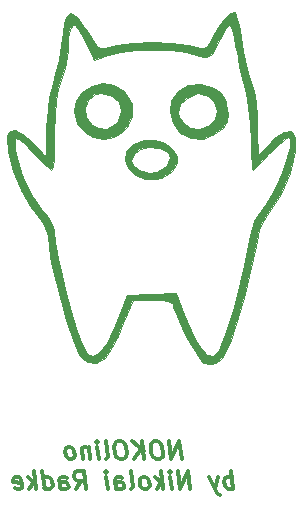
<source format=gbr>
G04 #@! TF.FileFunction,Legend,Bot*
%FSLAX46Y46*%
G04 Gerber Fmt 4.6, Leading zero omitted, Abs format (unit mm)*
G04 Created by KiCad (PCBNEW 4.0.7-e2-6376~61~ubuntu18.04.1) date Tue Sep  4 16:19:30 2018*
%MOMM*%
%LPD*%
G01*
G04 APERTURE LIST*
%ADD10C,0.100000*%
%ADD11C,0.300000*%
%ADD12C,0.010000*%
G04 APERTURE END LIST*
D10*
D11*
X164341964Y-127603571D02*
X164154464Y-126103571D01*
X163484821Y-127603571D01*
X163297321Y-126103571D01*
X162297321Y-126103571D02*
X162011607Y-126103571D01*
X161877678Y-126175000D01*
X161752678Y-126317857D01*
X161716964Y-126603571D01*
X161779464Y-127103571D01*
X161886607Y-127389286D01*
X162047321Y-127532143D01*
X162199107Y-127603571D01*
X162484821Y-127603571D01*
X162618750Y-127532143D01*
X162743750Y-127389286D01*
X162779464Y-127103571D01*
X162716964Y-126603571D01*
X162609821Y-126317857D01*
X162449107Y-126175000D01*
X162297321Y-126103571D01*
X161199106Y-127603571D02*
X161011606Y-126103571D01*
X160341963Y-127603571D02*
X160877678Y-126746429D01*
X160154463Y-126103571D02*
X161118749Y-126960714D01*
X159225892Y-126103571D02*
X158940178Y-126103571D01*
X158806249Y-126175000D01*
X158681249Y-126317857D01*
X158645535Y-126603571D01*
X158708035Y-127103571D01*
X158815178Y-127389286D01*
X158975892Y-127532143D01*
X159127678Y-127603571D01*
X159413392Y-127603571D01*
X159547321Y-127532143D01*
X159672321Y-127389286D01*
X159708035Y-127103571D01*
X159645535Y-126603571D01*
X159538392Y-126317857D01*
X159377678Y-126175000D01*
X159225892Y-126103571D01*
X157913391Y-127603571D02*
X158047321Y-127532143D01*
X158100892Y-127389286D01*
X157940177Y-126103571D01*
X157341963Y-127603571D02*
X157216963Y-126603571D01*
X157154463Y-126103571D02*
X157234821Y-126175000D01*
X157172321Y-126246429D01*
X157091964Y-126175000D01*
X157154463Y-126103571D01*
X157172321Y-126246429D01*
X156502677Y-126603571D02*
X156627677Y-127603571D01*
X156520535Y-126746429D02*
X156440178Y-126675000D01*
X156288391Y-126603571D01*
X156074106Y-126603571D01*
X155940178Y-126675000D01*
X155886606Y-126817857D01*
X155984820Y-127603571D01*
X155056248Y-127603571D02*
X155190178Y-127532143D01*
X155252677Y-127460714D01*
X155306249Y-127317857D01*
X155252678Y-126889286D01*
X155163392Y-126746429D01*
X155083035Y-126675000D01*
X154931248Y-126603571D01*
X154716963Y-126603571D01*
X154583035Y-126675000D01*
X154520535Y-126746429D01*
X154466963Y-126889286D01*
X154520534Y-127317857D01*
X154609820Y-127460714D01*
X154690178Y-127532143D01*
X154841963Y-127603571D01*
X155056248Y-127603571D01*
X168734821Y-130153571D02*
X168547321Y-128653571D01*
X168618750Y-129225000D02*
X168466964Y-129153571D01*
X168181250Y-129153571D01*
X168047322Y-129225000D01*
X167984822Y-129296429D01*
X167931250Y-129439286D01*
X167984821Y-129867857D01*
X168074107Y-130010714D01*
X168154465Y-130082143D01*
X168306250Y-130153571D01*
X168591964Y-130153571D01*
X168725893Y-130082143D01*
X167395535Y-129153571D02*
X167163392Y-130153571D01*
X166681250Y-129153571D02*
X167163392Y-130153571D01*
X167350893Y-130510714D01*
X167431250Y-130582143D01*
X167583035Y-130653571D01*
X165091964Y-130153571D02*
X164904464Y-128653571D01*
X164234821Y-130153571D01*
X164047321Y-128653571D01*
X163520535Y-130153571D02*
X163395535Y-129153571D01*
X163333035Y-128653571D02*
X163413393Y-128725000D01*
X163350893Y-128796429D01*
X163270536Y-128725000D01*
X163333035Y-128653571D01*
X163350893Y-128796429D01*
X162806249Y-130153571D02*
X162618749Y-128653571D01*
X162591964Y-129582143D02*
X162234821Y-130153571D01*
X162109821Y-129153571D02*
X162752678Y-129725000D01*
X161377677Y-130153571D02*
X161511607Y-130082143D01*
X161574106Y-130010714D01*
X161627678Y-129867857D01*
X161574107Y-129439286D01*
X161484821Y-129296429D01*
X161404464Y-129225000D01*
X161252677Y-129153571D01*
X161038392Y-129153571D01*
X160904464Y-129225000D01*
X160841964Y-129296429D01*
X160788392Y-129439286D01*
X160841963Y-129867857D01*
X160931249Y-130010714D01*
X161011607Y-130082143D01*
X161163392Y-130153571D01*
X161377677Y-130153571D01*
X160020534Y-130153571D02*
X160154464Y-130082143D01*
X160208035Y-129939286D01*
X160047320Y-128653571D01*
X158806249Y-130153571D02*
X158708035Y-129367857D01*
X158761607Y-129225000D01*
X158895535Y-129153571D01*
X159181249Y-129153571D01*
X159333035Y-129225000D01*
X158797321Y-130082143D02*
X158949106Y-130153571D01*
X159306249Y-130153571D01*
X159440178Y-130082143D01*
X159493750Y-129939286D01*
X159475893Y-129796429D01*
X159386606Y-129653571D01*
X159234821Y-129582143D01*
X158877678Y-129582143D01*
X158725892Y-129510714D01*
X158091963Y-130153571D02*
X157966963Y-129153571D01*
X157904463Y-128653571D02*
X157984821Y-128725000D01*
X157922321Y-128796429D01*
X157841964Y-128725000D01*
X157904463Y-128653571D01*
X157922321Y-128796429D01*
X155377677Y-130153571D02*
X155788392Y-129439286D01*
X156234820Y-130153571D02*
X156047320Y-128653571D01*
X155475892Y-128653571D01*
X155341963Y-128725000D01*
X155279464Y-128796429D01*
X155225892Y-128939286D01*
X155252677Y-129153571D01*
X155341964Y-129296429D01*
X155422320Y-129367857D01*
X155574107Y-129439286D01*
X156145535Y-129439286D01*
X154091963Y-130153571D02*
X153993749Y-129367857D01*
X154047321Y-129225000D01*
X154181249Y-129153571D01*
X154466963Y-129153571D01*
X154618749Y-129225000D01*
X154083035Y-130082143D02*
X154234820Y-130153571D01*
X154591963Y-130153571D01*
X154725892Y-130082143D01*
X154779464Y-129939286D01*
X154761607Y-129796429D01*
X154672320Y-129653571D01*
X154520535Y-129582143D01*
X154163392Y-129582143D01*
X154011606Y-129510714D01*
X152734820Y-130153571D02*
X152547320Y-128653571D01*
X152725892Y-130082143D02*
X152877677Y-130153571D01*
X153163391Y-130153571D01*
X153297321Y-130082143D01*
X153359820Y-130010714D01*
X153413392Y-129867857D01*
X153359821Y-129439286D01*
X153270535Y-129296429D01*
X153190178Y-129225000D01*
X153038391Y-129153571D01*
X152752677Y-129153571D01*
X152618749Y-129225000D01*
X152020534Y-130153571D02*
X151833034Y-128653571D01*
X151806249Y-129582143D02*
X151449106Y-130153571D01*
X151324106Y-129153571D02*
X151966963Y-129725000D01*
X150225892Y-130082143D02*
X150377677Y-130153571D01*
X150663391Y-130153571D01*
X150797320Y-130082143D01*
X150850892Y-129939286D01*
X150779463Y-129367857D01*
X150690177Y-129225000D01*
X150538391Y-129153571D01*
X150252677Y-129153571D01*
X150118749Y-129225000D01*
X150065177Y-129367857D01*
X150083034Y-129510714D01*
X150815177Y-129653571D01*
D12*
G36*
X168481860Y-89813148D02*
X167999074Y-90273323D01*
X167467834Y-90962873D01*
X166998515Y-91748432D01*
X166839436Y-92091666D01*
X166473347Y-92717596D01*
X166076186Y-92837213D01*
X166019827Y-92818907D01*
X164919203Y-92542514D01*
X163459045Y-92372170D01*
X161834807Y-92311033D01*
X160241941Y-92362258D01*
X158875902Y-92529004D01*
X158224983Y-92693006D01*
X157786554Y-92832963D01*
X157471294Y-92836738D01*
X157178195Y-92622806D01*
X156806247Y-92109641D01*
X156254441Y-91215719D01*
X156119377Y-90993551D01*
X155519199Y-90193325D01*
X155005632Y-89872534D01*
X154624124Y-90052955D01*
X154532302Y-90233040D01*
X154426357Y-90690367D01*
X154287507Y-91527316D01*
X154145983Y-92561374D01*
X153943048Y-93790353D01*
X153661309Y-95002799D01*
X153415863Y-95783333D01*
X153089447Y-97072603D01*
X152916078Y-98795931D01*
X152893817Y-99526160D01*
X152860000Y-101998987D01*
X151780447Y-100866716D01*
X150959820Y-100141575D01*
X150266906Y-99781602D01*
X149780606Y-99809698D01*
X149581007Y-100228333D01*
X149678857Y-101617049D01*
X150086822Y-103207416D01*
X150729174Y-104789114D01*
X151530183Y-106151820D01*
X151866198Y-106575062D01*
X152644121Y-107606909D01*
X152979226Y-108456800D01*
X153001112Y-108719856D01*
X153087960Y-109685384D01*
X153323962Y-111016815D01*
X153672305Y-112576632D01*
X154096177Y-114227319D01*
X154558766Y-115831359D01*
X155023257Y-117251235D01*
X155452840Y-118349432D01*
X155714253Y-118855000D01*
X156325178Y-119385911D01*
X157076862Y-119434876D01*
X157825655Y-119007505D01*
X158046828Y-118763928D01*
X158439424Y-118136787D01*
X158924472Y-117184102D01*
X159398398Y-116109640D01*
X159407867Y-116086295D01*
X160197778Y-114134733D01*
X161846978Y-114131255D01*
X162794602Y-114155554D01*
X163322599Y-114264056D01*
X163574478Y-114502546D01*
X163647288Y-114705628D01*
X163927578Y-115508118D01*
X164372189Y-116503095D01*
X164902123Y-117542669D01*
X165438381Y-118478951D01*
X165901965Y-119164052D01*
X166173777Y-119435363D01*
X166849524Y-119561452D01*
X167276346Y-119483333D01*
X167776189Y-119024223D01*
X168298008Y-118031867D01*
X168504702Y-117503411D01*
X168862103Y-116432639D01*
X169262712Y-115087943D01*
X169673879Y-113597438D01*
X170062952Y-112089238D01*
X170397281Y-110691458D01*
X170644215Y-109532213D01*
X170771103Y-108739617D01*
X170781112Y-108571278D01*
X170955339Y-107965840D01*
X171402226Y-107167088D01*
X171780759Y-106652835D01*
X172749621Y-105143635D01*
X173493250Y-103347731D01*
X173908134Y-101529584D01*
X173947415Y-101117348D01*
X173912504Y-100530377D01*
X173558507Y-100530377D01*
X173515940Y-101148633D01*
X173295375Y-102039347D01*
X172937733Y-103088206D01*
X172483934Y-104180899D01*
X171974899Y-105203115D01*
X171451548Y-106040541D01*
X171225787Y-106322696D01*
X170449099Y-107473702D01*
X170109741Y-108707220D01*
X169890494Y-109986448D01*
X169542263Y-111607621D01*
X169113532Y-113376865D01*
X168652789Y-115100304D01*
X168208516Y-116584064D01*
X167958216Y-117310350D01*
X167475650Y-118370168D01*
X167005824Y-118872569D01*
X166511331Y-118822346D01*
X165954764Y-118224295D01*
X165581333Y-117615007D01*
X165026517Y-116515183D01*
X164506267Y-115315367D01*
X164358304Y-114923285D01*
X163867755Y-113542111D01*
X161778067Y-113623278D01*
X159688379Y-113704444D01*
X159308371Y-114804606D01*
X158638740Y-116528194D01*
X157984487Y-117801252D01*
X157366151Y-118600487D01*
X156804272Y-118902610D01*
X156319389Y-118684328D01*
X156130676Y-118408048D01*
X155817879Y-117667267D01*
X155428138Y-116516718D01*
X155000361Y-115099058D01*
X154573459Y-113556947D01*
X154186342Y-112033041D01*
X153877921Y-110669999D01*
X153687106Y-109610480D01*
X153654624Y-109330000D01*
X153520666Y-108241149D01*
X153293842Y-107496426D01*
X152888684Y-106875559D01*
X152559534Y-106507778D01*
X151585492Y-105177188D01*
X150800495Y-103522916D01*
X150311612Y-101779737D01*
X150262944Y-101471877D01*
X150194557Y-100770594D01*
X150268743Y-100444141D01*
X150540957Y-100506138D01*
X151066656Y-100970209D01*
X151901296Y-101849976D01*
X151930337Y-101881469D01*
X152578329Y-102542959D01*
X153092083Y-102992701D01*
X153319278Y-103121111D01*
X153418393Y-102857948D01*
X153498443Y-102144517D01*
X153550349Y-101094909D01*
X153565556Y-100027115D01*
X153592298Y-98432796D01*
X153685621Y-97243419D01*
X153865173Y-96301439D01*
X154130000Y-95501111D01*
X154461576Y-94461549D01*
X154666566Y-93437530D01*
X154698299Y-93021219D01*
X154761579Y-91971534D01*
X154923125Y-91214461D01*
X155153298Y-90856737D01*
X155296342Y-90867591D01*
X155558373Y-91191573D01*
X155958335Y-91855149D01*
X156250685Y-92404596D01*
X156949526Y-93783691D01*
X158115246Y-93372401D01*
X159115691Y-93144945D01*
X160452009Y-93007977D01*
X161944777Y-92961723D01*
X163414574Y-93006410D01*
X164681978Y-93142264D01*
X165552280Y-93363030D01*
X166128429Y-93574785D01*
X166534135Y-93573060D01*
X166882029Y-93278444D01*
X167284744Y-92611525D01*
X167662202Y-91875429D01*
X168051884Y-91206473D01*
X168364825Y-90851734D01*
X168472466Y-90839984D01*
X168608909Y-91195203D01*
X168788902Y-91952079D01*
X168975596Y-92953579D01*
X168992150Y-93054555D01*
X169232755Y-94354674D01*
X169527829Y-95694608D01*
X169768261Y-96620949D01*
X170003121Y-97765953D01*
X170162011Y-99218119D01*
X170216667Y-100642615D01*
X170230334Y-101746315D01*
X170266882Y-102597104D01*
X170319636Y-103067495D01*
X170346469Y-103121111D01*
X170589450Y-102930738D01*
X171103435Y-102431008D01*
X171778411Y-101729005D01*
X171796200Y-101710000D01*
X172495626Y-101001018D01*
X173064618Y-100494382D01*
X173380882Y-100298904D01*
X173382155Y-100298889D01*
X173558507Y-100530377D01*
X173912504Y-100530377D01*
X173892919Y-100201112D01*
X173580149Y-99785647D01*
X173012366Y-99871527D01*
X172192833Y-100459327D01*
X171878708Y-100752778D01*
X170781112Y-101824553D01*
X170760140Y-99862276D01*
X170725515Y-98475751D01*
X170634478Y-97425078D01*
X170454007Y-96482150D01*
X170151081Y-95418859D01*
X170087949Y-95218889D01*
X169832418Y-94267413D01*
X169564356Y-93036975D01*
X169360234Y-91903694D01*
X169173370Y-90889808D01*
X168980714Y-90114166D01*
X168820694Y-89728416D01*
X168805814Y-89715715D01*
X168481860Y-89813148D01*
X168481860Y-89813148D01*
G37*
X168481860Y-89813148D02*
X167999074Y-90273323D01*
X167467834Y-90962873D01*
X166998515Y-91748432D01*
X166839436Y-92091666D01*
X166473347Y-92717596D01*
X166076186Y-92837213D01*
X166019827Y-92818907D01*
X164919203Y-92542514D01*
X163459045Y-92372170D01*
X161834807Y-92311033D01*
X160241941Y-92362258D01*
X158875902Y-92529004D01*
X158224983Y-92693006D01*
X157786554Y-92832963D01*
X157471294Y-92836738D01*
X157178195Y-92622806D01*
X156806247Y-92109641D01*
X156254441Y-91215719D01*
X156119377Y-90993551D01*
X155519199Y-90193325D01*
X155005632Y-89872534D01*
X154624124Y-90052955D01*
X154532302Y-90233040D01*
X154426357Y-90690367D01*
X154287507Y-91527316D01*
X154145983Y-92561374D01*
X153943048Y-93790353D01*
X153661309Y-95002799D01*
X153415863Y-95783333D01*
X153089447Y-97072603D01*
X152916078Y-98795931D01*
X152893817Y-99526160D01*
X152860000Y-101998987D01*
X151780447Y-100866716D01*
X150959820Y-100141575D01*
X150266906Y-99781602D01*
X149780606Y-99809698D01*
X149581007Y-100228333D01*
X149678857Y-101617049D01*
X150086822Y-103207416D01*
X150729174Y-104789114D01*
X151530183Y-106151820D01*
X151866198Y-106575062D01*
X152644121Y-107606909D01*
X152979226Y-108456800D01*
X153001112Y-108719856D01*
X153087960Y-109685384D01*
X153323962Y-111016815D01*
X153672305Y-112576632D01*
X154096177Y-114227319D01*
X154558766Y-115831359D01*
X155023257Y-117251235D01*
X155452840Y-118349432D01*
X155714253Y-118855000D01*
X156325178Y-119385911D01*
X157076862Y-119434876D01*
X157825655Y-119007505D01*
X158046828Y-118763928D01*
X158439424Y-118136787D01*
X158924472Y-117184102D01*
X159398398Y-116109640D01*
X159407867Y-116086295D01*
X160197778Y-114134733D01*
X161846978Y-114131255D01*
X162794602Y-114155554D01*
X163322599Y-114264056D01*
X163574478Y-114502546D01*
X163647288Y-114705628D01*
X163927578Y-115508118D01*
X164372189Y-116503095D01*
X164902123Y-117542669D01*
X165438381Y-118478951D01*
X165901965Y-119164052D01*
X166173777Y-119435363D01*
X166849524Y-119561452D01*
X167276346Y-119483333D01*
X167776189Y-119024223D01*
X168298008Y-118031867D01*
X168504702Y-117503411D01*
X168862103Y-116432639D01*
X169262712Y-115087943D01*
X169673879Y-113597438D01*
X170062952Y-112089238D01*
X170397281Y-110691458D01*
X170644215Y-109532213D01*
X170771103Y-108739617D01*
X170781112Y-108571278D01*
X170955339Y-107965840D01*
X171402226Y-107167088D01*
X171780759Y-106652835D01*
X172749621Y-105143635D01*
X173493250Y-103347731D01*
X173908134Y-101529584D01*
X173947415Y-101117348D01*
X173912504Y-100530377D01*
X173558507Y-100530377D01*
X173515940Y-101148633D01*
X173295375Y-102039347D01*
X172937733Y-103088206D01*
X172483934Y-104180899D01*
X171974899Y-105203115D01*
X171451548Y-106040541D01*
X171225787Y-106322696D01*
X170449099Y-107473702D01*
X170109741Y-108707220D01*
X169890494Y-109986448D01*
X169542263Y-111607621D01*
X169113532Y-113376865D01*
X168652789Y-115100304D01*
X168208516Y-116584064D01*
X167958216Y-117310350D01*
X167475650Y-118370168D01*
X167005824Y-118872569D01*
X166511331Y-118822346D01*
X165954764Y-118224295D01*
X165581333Y-117615007D01*
X165026517Y-116515183D01*
X164506267Y-115315367D01*
X164358304Y-114923285D01*
X163867755Y-113542111D01*
X161778067Y-113623278D01*
X159688379Y-113704444D01*
X159308371Y-114804606D01*
X158638740Y-116528194D01*
X157984487Y-117801252D01*
X157366151Y-118600487D01*
X156804272Y-118902610D01*
X156319389Y-118684328D01*
X156130676Y-118408048D01*
X155817879Y-117667267D01*
X155428138Y-116516718D01*
X155000361Y-115099058D01*
X154573459Y-113556947D01*
X154186342Y-112033041D01*
X153877921Y-110669999D01*
X153687106Y-109610480D01*
X153654624Y-109330000D01*
X153520666Y-108241149D01*
X153293842Y-107496426D01*
X152888684Y-106875559D01*
X152559534Y-106507778D01*
X151585492Y-105177188D01*
X150800495Y-103522916D01*
X150311612Y-101779737D01*
X150262944Y-101471877D01*
X150194557Y-100770594D01*
X150268743Y-100444141D01*
X150540957Y-100506138D01*
X151066656Y-100970209D01*
X151901296Y-101849976D01*
X151930337Y-101881469D01*
X152578329Y-102542959D01*
X153092083Y-102992701D01*
X153319278Y-103121111D01*
X153418393Y-102857948D01*
X153498443Y-102144517D01*
X153550349Y-101094909D01*
X153565556Y-100027115D01*
X153592298Y-98432796D01*
X153685621Y-97243419D01*
X153865173Y-96301439D01*
X154130000Y-95501111D01*
X154461576Y-94461549D01*
X154666566Y-93437530D01*
X154698299Y-93021219D01*
X154761579Y-91971534D01*
X154923125Y-91214461D01*
X155153298Y-90856737D01*
X155296342Y-90867591D01*
X155558373Y-91191573D01*
X155958335Y-91855149D01*
X156250685Y-92404596D01*
X156949526Y-93783691D01*
X158115246Y-93372401D01*
X159115691Y-93144945D01*
X160452009Y-93007977D01*
X161944777Y-92961723D01*
X163414574Y-93006410D01*
X164681978Y-93142264D01*
X165552280Y-93363030D01*
X166128429Y-93574785D01*
X166534135Y-93573060D01*
X166882029Y-93278444D01*
X167284744Y-92611525D01*
X167662202Y-91875429D01*
X168051884Y-91206473D01*
X168364825Y-90851734D01*
X168472466Y-90839984D01*
X168608909Y-91195203D01*
X168788902Y-91952079D01*
X168975596Y-92953579D01*
X168992150Y-93054555D01*
X169232755Y-94354674D01*
X169527829Y-95694608D01*
X169768261Y-96620949D01*
X170003121Y-97765953D01*
X170162011Y-99218119D01*
X170216667Y-100642615D01*
X170230334Y-101746315D01*
X170266882Y-102597104D01*
X170319636Y-103067495D01*
X170346469Y-103121111D01*
X170589450Y-102930738D01*
X171103435Y-102431008D01*
X171778411Y-101729005D01*
X171796200Y-101710000D01*
X172495626Y-101001018D01*
X173064618Y-100494382D01*
X173380882Y-100298904D01*
X173382155Y-100298889D01*
X173558507Y-100530377D01*
X173912504Y-100530377D01*
X173892919Y-100201112D01*
X173580149Y-99785647D01*
X173012366Y-99871527D01*
X172192833Y-100459327D01*
X171878708Y-100752778D01*
X170781112Y-101824553D01*
X170760140Y-99862276D01*
X170725515Y-98475751D01*
X170634478Y-97425078D01*
X170454007Y-96482150D01*
X170151081Y-95418859D01*
X170087949Y-95218889D01*
X169832418Y-94267413D01*
X169564356Y-93036975D01*
X169360234Y-91903694D01*
X169173370Y-90889808D01*
X168980714Y-90114166D01*
X168820694Y-89728416D01*
X168805814Y-89715715D01*
X168481860Y-89813148D01*
G36*
X160304901Y-100902925D02*
X160119463Y-101020448D01*
X159593181Y-101634393D01*
X159523523Y-102317977D01*
X159826615Y-102978184D01*
X160418580Y-103521999D01*
X161215542Y-103856407D01*
X162133625Y-103888394D01*
X162596667Y-103767559D01*
X163150363Y-103458932D01*
X163513889Y-103181655D01*
X163958844Y-102543479D01*
X163946805Y-102132170D01*
X163374325Y-102132170D01*
X163067684Y-102725559D01*
X162894687Y-102882847D01*
X162234965Y-103301631D01*
X161586481Y-103363514D01*
X160761026Y-103120656D01*
X160185202Y-102730157D01*
X160062537Y-102250394D01*
X160311425Y-101772722D01*
X160850258Y-101388497D01*
X161597432Y-101189075D01*
X162428008Y-101254534D01*
X163152191Y-101610747D01*
X163374325Y-102132170D01*
X163946805Y-102132170D01*
X163940186Y-101906064D01*
X163555406Y-101331481D01*
X162901996Y-100881804D01*
X162077448Y-100619104D01*
X161179252Y-100605454D01*
X160304901Y-100902925D01*
X160304901Y-100902925D01*
G37*
X160304901Y-100902925D02*
X160119463Y-101020448D01*
X159593181Y-101634393D01*
X159523523Y-102317977D01*
X159826615Y-102978184D01*
X160418580Y-103521999D01*
X161215542Y-103856407D01*
X162133625Y-103888394D01*
X162596667Y-103767559D01*
X163150363Y-103458932D01*
X163513889Y-103181655D01*
X163958844Y-102543479D01*
X163946805Y-102132170D01*
X163374325Y-102132170D01*
X163067684Y-102725559D01*
X162894687Y-102882847D01*
X162234965Y-103301631D01*
X161586481Y-103363514D01*
X160761026Y-103120656D01*
X160185202Y-102730157D01*
X160062537Y-102250394D01*
X160311425Y-101772722D01*
X160850258Y-101388497D01*
X161597432Y-101189075D01*
X162428008Y-101254534D01*
X163152191Y-101610747D01*
X163374325Y-102132170D01*
X163946805Y-102132170D01*
X163940186Y-101906064D01*
X163555406Y-101331481D01*
X162901996Y-100881804D01*
X162077448Y-100619104D01*
X161179252Y-100605454D01*
X160304901Y-100902925D01*
G36*
X164883097Y-95960619D02*
X164019864Y-96470262D01*
X163469435Y-97319188D01*
X163330445Y-98151920D01*
X163575336Y-99186340D01*
X164216395Y-99973544D01*
X165113203Y-100440424D01*
X166125338Y-100513871D01*
X167112223Y-100120885D01*
X167821048Y-99547233D01*
X168152237Y-99003343D01*
X168236790Y-98275860D01*
X168216765Y-98107679D01*
X167350565Y-98107679D01*
X167190315Y-98832366D01*
X166767204Y-99295108D01*
X165870112Y-99695772D01*
X165063274Y-99548521D01*
X164572223Y-99170000D01*
X164153603Y-98611260D01*
X164007778Y-98182222D01*
X164243676Y-97581143D01*
X164810214Y-97012462D01*
X165495662Y-96664881D01*
X165749445Y-96630000D01*
X166569322Y-96847264D01*
X167123298Y-97392901D01*
X167350565Y-98107679D01*
X168216765Y-98107679D01*
X168115594Y-97258027D01*
X167671819Y-96578884D01*
X167092038Y-96196229D01*
X165945150Y-95849520D01*
X164883097Y-95960619D01*
X164883097Y-95960619D01*
G37*
X164883097Y-95960619D02*
X164019864Y-96470262D01*
X163469435Y-97319188D01*
X163330445Y-98151920D01*
X163575336Y-99186340D01*
X164216395Y-99973544D01*
X165113203Y-100440424D01*
X166125338Y-100513871D01*
X167112223Y-100120885D01*
X167821048Y-99547233D01*
X168152237Y-99003343D01*
X168236790Y-98275860D01*
X168216765Y-98107679D01*
X167350565Y-98107679D01*
X167190315Y-98832366D01*
X166767204Y-99295108D01*
X165870112Y-99695772D01*
X165063274Y-99548521D01*
X164572223Y-99170000D01*
X164153603Y-98611260D01*
X164007778Y-98182222D01*
X164243676Y-97581143D01*
X164810214Y-97012462D01*
X165495662Y-96664881D01*
X165749445Y-96630000D01*
X166569322Y-96847264D01*
X167123298Y-97392901D01*
X167350565Y-98107679D01*
X168216765Y-98107679D01*
X168115594Y-97258027D01*
X167671819Y-96578884D01*
X167092038Y-96196229D01*
X165945150Y-95849520D01*
X164883097Y-95960619D01*
G36*
X156748749Y-95988987D02*
X155943787Y-96498912D01*
X155407460Y-97306335D01*
X155258889Y-98149235D01*
X155494308Y-99213359D01*
X156209423Y-99988782D01*
X156873279Y-100322525D01*
X157658475Y-100542692D01*
X158314597Y-100459833D01*
X158968400Y-100153149D01*
X159688421Y-99485416D01*
X160105617Y-98549944D01*
X160115143Y-98168397D01*
X159222586Y-98168397D01*
X158920355Y-98994743D01*
X158742926Y-99218333D01*
X158056661Y-99677301D01*
X157275761Y-99600605D01*
X156732797Y-99295108D01*
X156233407Y-98664883D01*
X156152493Y-97910013D01*
X156435573Y-97207016D01*
X157028166Y-96732408D01*
X157555380Y-96630000D01*
X158476407Y-96847206D01*
X159053373Y-97406278D01*
X159222586Y-98168397D01*
X160115143Y-98168397D01*
X160129909Y-97577027D01*
X160063481Y-97353476D01*
X159479713Y-96458804D01*
X158646286Y-95947473D01*
X157692774Y-95798021D01*
X156748749Y-95988987D01*
X156748749Y-95988987D01*
G37*
X156748749Y-95988987D02*
X155943787Y-96498912D01*
X155407460Y-97306335D01*
X155258889Y-98149235D01*
X155494308Y-99213359D01*
X156209423Y-99988782D01*
X156873279Y-100322525D01*
X157658475Y-100542692D01*
X158314597Y-100459833D01*
X158968400Y-100153149D01*
X159688421Y-99485416D01*
X160105617Y-98549944D01*
X160115143Y-98168397D01*
X159222586Y-98168397D01*
X158920355Y-98994743D01*
X158742926Y-99218333D01*
X158056661Y-99677301D01*
X157275761Y-99600605D01*
X156732797Y-99295108D01*
X156233407Y-98664883D01*
X156152493Y-97910013D01*
X156435573Y-97207016D01*
X157028166Y-96732408D01*
X157555380Y-96630000D01*
X158476407Y-96847206D01*
X159053373Y-97406278D01*
X159222586Y-98168397D01*
X160115143Y-98168397D01*
X160129909Y-97577027D01*
X160063481Y-97353476D01*
X159479713Y-96458804D01*
X158646286Y-95947473D01*
X157692774Y-95798021D01*
X156748749Y-95988987D01*
M02*

</source>
